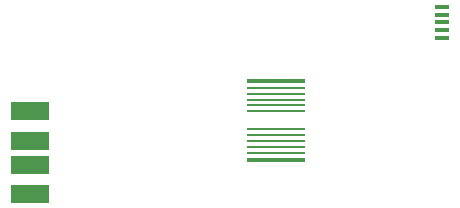
<source format=gbp>
G04 Layer_Color=128*
%FSLAX24Y24*%
%MOIN*%
G70*
G01*
G75*
%ADD15R,0.1969X0.0079*%
%ADD28R,0.0512X0.0170*%
%ADD29R,0.1969X0.0157*%
%ADD30R,0.1280X0.0591*%
D15*
X17267Y9657D02*
D03*
Y9460D02*
D03*
Y9263D02*
D03*
Y9066D02*
D03*
Y8870D02*
D03*
Y8279D02*
D03*
Y8082D02*
D03*
Y7885D02*
D03*
Y7689D02*
D03*
Y7492D02*
D03*
D28*
X22807Y11836D02*
D03*
Y11580D02*
D03*
Y11324D02*
D03*
Y12092D02*
D03*
Y12348D02*
D03*
D29*
X17267Y7255D02*
D03*
Y9893D02*
D03*
D30*
X9087Y8865D02*
D03*
Y7881D02*
D03*
Y7093D02*
D03*
Y6109D02*
D03*
M02*

</source>
